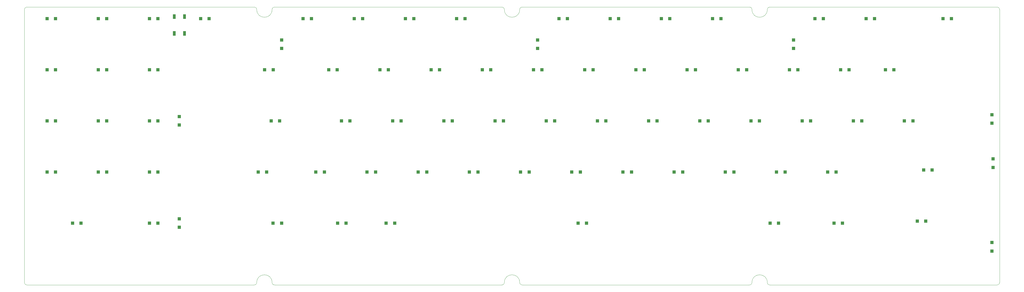
<source format=gbr>
%TF.GenerationSoftware,KiCad,Pcbnew,5.1.10-88a1d61d58~88~ubuntu21.04.1*%
%TF.CreationDate,2021-06-04T00:00:19+02:00*%
%TF.ProjectId,southpawpcb,736f7574-6870-4617-9770-63622e6b6963,rev?*%
%TF.SameCoordinates,Original*%
%TF.FileFunction,Paste,Bot*%
%TF.FilePolarity,Positive*%
%FSLAX46Y46*%
G04 Gerber Fmt 4.6, Leading zero omitted, Abs format (unit mm)*
G04 Created by KiCad (PCBNEW 5.1.10-88a1d61d58~88~ubuntu21.04.1) date 2021-06-04 00:00:19*
%MOMM*%
%LPD*%
G01*
G04 APERTURE LIST*
%TA.AperFunction,Profile*%
%ADD10C,0.050000*%
%TD*%
%ADD11R,1.200000X1.200000*%
%ADD12R,1.000000X1.700000*%
G04 APERTURE END LIST*
D10*
X207042500Y-195818250D02*
G75*
G02*
X206092500Y-196768250I-950000J0D01*
G01*
X298242500Y-93218250D02*
G75*
G02*
X299192500Y-94168250I0J-950000D01*
G01*
X28442500Y-94168250D02*
X28442500Y-194868250D01*
X206092500Y-196768250D02*
X121542500Y-196768250D01*
X298242500Y-196768250D02*
X213692500Y-196768250D01*
X206092500Y-93218250D02*
G75*
G02*
X207042500Y-94168250I0J-950000D01*
G01*
X30342500Y-93218250D02*
X113942500Y-93218250D01*
X213692500Y-196768250D02*
G75*
G02*
X212742500Y-195818250I0J950000D01*
G01*
X121542500Y-196768250D02*
G75*
G02*
X120592500Y-195818250I0J950000D01*
G01*
X120592500Y-94168250D02*
G75*
G02*
X121542500Y-93218250I950000J0D01*
G01*
X390392500Y-93218250D02*
G75*
G02*
X391342500Y-94168250I0J-950000D01*
G01*
X121542500Y-93218250D02*
X206092500Y-93218250D01*
X212742500Y-94168250D02*
G75*
G02*
X213692500Y-93218250I950000J0D01*
G01*
X29392500Y-196768250D02*
G75*
G02*
X28442500Y-195818250I0J950000D01*
G01*
X28442500Y-94168250D02*
G75*
G02*
X29392500Y-93218250I950000J0D01*
G01*
X213692500Y-93218250D02*
X298242500Y-93218250D01*
X207042500Y-195818250D02*
G75*
G02*
X212742500Y-195818250I2850000J0D01*
G01*
X114892500Y-195818250D02*
G75*
G02*
X120592500Y-195818250I2850000J0D01*
G01*
X299192500Y-195818250D02*
G75*
G02*
X298242500Y-196768250I-950000J0D01*
G01*
X113942500Y-196768250D02*
X29392500Y-196768250D01*
X113942500Y-93218250D02*
G75*
G02*
X114892500Y-94168250I0J-950000D01*
G01*
X114892500Y-195818250D02*
G75*
G02*
X113942500Y-196768250I-950000J0D01*
G01*
X304892500Y-94168250D02*
G75*
G02*
X299192500Y-94168250I-2850000J0D01*
G01*
X305842500Y-93218250D02*
X390392500Y-93218250D01*
X120592500Y-94168250D02*
G75*
G02*
X114892500Y-94168250I-2850000J0D01*
G01*
X305842500Y-196768250D02*
X390392500Y-196768250D01*
X299192500Y-195818250D02*
G75*
G02*
X304892500Y-195818250I2850000J0D01*
G01*
X305842500Y-196768250D02*
G75*
G02*
X304892500Y-195818250I0J950000D01*
G01*
X391342500Y-195818250D02*
X391342500Y-94168250D01*
X30342500Y-93218250D02*
X29392500Y-93218250D01*
X391342500Y-195818250D02*
G75*
G02*
X390392500Y-196768250I-950000J0D01*
G01*
X304892500Y-94168250D02*
G75*
G02*
X305842500Y-93218250I950000J0D01*
G01*
X212742500Y-94168250D02*
G75*
G02*
X207042500Y-94168250I-2850000J0D01*
G01*
X28442500Y-194868250D02*
X28442500Y-195818250D01*
D11*
X388874000Y-149809000D03*
X388874000Y-152959000D03*
X154336000Y-97512000D03*
X151186000Y-97512000D03*
X279773000Y-135612000D03*
X282923000Y-135612000D03*
X120980000Y-173712000D03*
X124130000Y-173712000D03*
X78136200Y-135612000D03*
X74986200Y-135612000D03*
X55936200Y-97512000D03*
X59086200Y-97512000D03*
X317873000Y-135612000D03*
X321023000Y-135612000D03*
X78136200Y-116562000D03*
X74986200Y-116562000D03*
X36886200Y-154662000D03*
X40036200Y-154662000D03*
X179761000Y-116562000D03*
X182911000Y-116562000D03*
X178149000Y-154662000D03*
X174999000Y-154662000D03*
X165473000Y-135612000D03*
X168623000Y-135612000D03*
X94036200Y-97512000D03*
X97186200Y-97512000D03*
X78136200Y-97512000D03*
X74986200Y-97512000D03*
X163861000Y-116562000D03*
X160711000Y-116562000D03*
X74942500Y-173712000D03*
X78092500Y-173712000D03*
X363842000Y-173005800D03*
X360692000Y-173005800D03*
X332886000Y-173712000D03*
X329736000Y-173712000D03*
X225773000Y-135612000D03*
X222623000Y-135612000D03*
X322636000Y-97512000D03*
X325786000Y-97512000D03*
X86086200Y-137187000D03*
X86086200Y-134037000D03*
X219436000Y-108612000D03*
X219436000Y-105462000D03*
X59086200Y-154662000D03*
X55936200Y-154662000D03*
X40036200Y-116562000D03*
X36886200Y-116562000D03*
X118574000Y-154662000D03*
X115424000Y-154662000D03*
X263873000Y-135612000D03*
X260723000Y-135612000D03*
X314686000Y-105462000D03*
X314686000Y-108612000D03*
X308349000Y-154662000D03*
X311499000Y-154662000D03*
X388461000Y-136480800D03*
X388461000Y-133330800D03*
X216249000Y-154662000D03*
X213099000Y-154662000D03*
X197199000Y-154662000D03*
X194049000Y-154662000D03*
X355930000Y-135612000D03*
X359080000Y-135612000D03*
X40036200Y-135612000D03*
X36886200Y-135612000D03*
X273399000Y-154662000D03*
X270249000Y-154662000D03*
X287686000Y-97512000D03*
X284536000Y-97512000D03*
X330505000Y-154662000D03*
X327355000Y-154662000D03*
X370261000Y-97512000D03*
X373411000Y-97512000D03*
X55936200Y-135612000D03*
X59086200Y-135612000D03*
X246436000Y-97512000D03*
X249586000Y-97512000D03*
X136899000Y-154662000D03*
X140049000Y-154662000D03*
X332161000Y-116562000D03*
X335311000Y-116562000D03*
X55936200Y-116562000D03*
X59086200Y-116562000D03*
X366224000Y-153955800D03*
X363074000Y-153955800D03*
D12*
X87986200Y-103043200D03*
X87986200Y-96743200D03*
X84186200Y-103043200D03*
X84186200Y-96743200D03*
D11*
X120230000Y-135612000D03*
X123380000Y-135612000D03*
X86086200Y-175287000D03*
X86086200Y-172137000D03*
X120999000Y-116562000D03*
X117849000Y-116562000D03*
X344836000Y-97512000D03*
X341686000Y-97512000D03*
X294061000Y-116562000D03*
X297211000Y-116562000D03*
X278161000Y-116562000D03*
X275011000Y-116562000D03*
X192436000Y-97512000D03*
X189286000Y-97512000D03*
X251199000Y-154662000D03*
X254349000Y-154662000D03*
X163049000Y-173712000D03*
X166199000Y-173712000D03*
X305924000Y-173712000D03*
X309074000Y-173712000D03*
X301973000Y-135612000D03*
X298823000Y-135612000D03*
X49517500Y-173712000D03*
X46367500Y-173712000D03*
X234486000Y-173712000D03*
X237636000Y-173712000D03*
X170236000Y-97512000D03*
X173386000Y-97512000D03*
X221011000Y-116562000D03*
X217861000Y-116562000D03*
X268636000Y-97512000D03*
X265486000Y-97512000D03*
X292449000Y-154662000D03*
X289299000Y-154662000D03*
X132136000Y-97512000D03*
X135286000Y-97512000D03*
X203573000Y-135612000D03*
X206723000Y-135612000D03*
X241673000Y-135612000D03*
X244823000Y-135612000D03*
X340073000Y-135612000D03*
X336923000Y-135612000D03*
X230536000Y-97512000D03*
X227386000Y-97512000D03*
X232149000Y-154662000D03*
X235299000Y-154662000D03*
X240061000Y-116562000D03*
X236911000Y-116562000D03*
X78136200Y-154662000D03*
X74986200Y-154662000D03*
X124186000Y-105462000D03*
X124186000Y-108612000D03*
X187673000Y-135612000D03*
X184523000Y-135612000D03*
X148133000Y-173712000D03*
X144983000Y-173712000D03*
X316261000Y-116562000D03*
X313111000Y-116562000D03*
X255961000Y-116562000D03*
X259111000Y-116562000D03*
X351980000Y-116562000D03*
X348830000Y-116562000D03*
X141661000Y-116562000D03*
X144811000Y-116562000D03*
X155949000Y-154662000D03*
X159099000Y-154662000D03*
X149573000Y-135612000D03*
X146423000Y-135612000D03*
X40036200Y-97512000D03*
X36886200Y-97512000D03*
X198811000Y-116562000D03*
X201961000Y-116562000D03*
X388461000Y-180955800D03*
X388461000Y-184105800D03*
M02*

</source>
